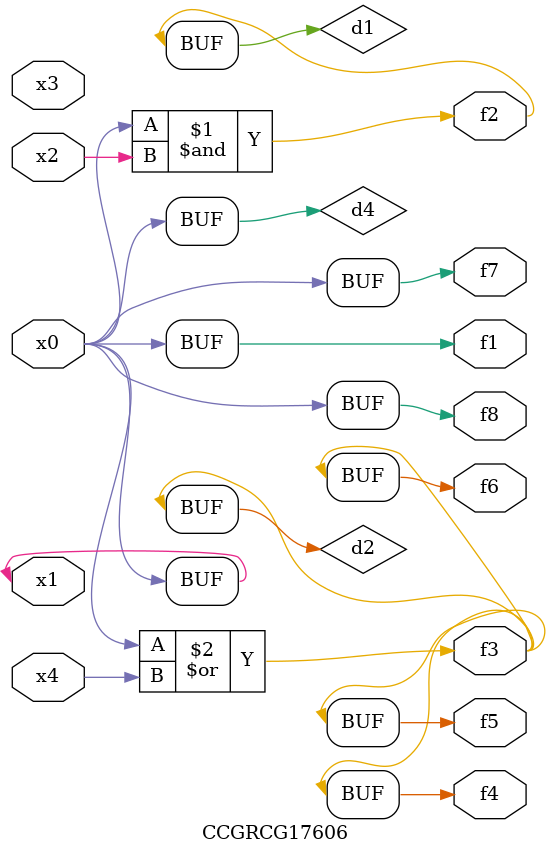
<source format=v>
module CCGRCG17606(
	input x0, x1, x2, x3, x4,
	output f1, f2, f3, f4, f5, f6, f7, f8
);

	wire d1, d2, d3, d4;

	and (d1, x0, x2);
	or (d2, x0, x4);
	nand (d3, x0, x2);
	buf (d4, x0, x1);
	assign f1 = d4;
	assign f2 = d1;
	assign f3 = d2;
	assign f4 = d2;
	assign f5 = d2;
	assign f6 = d2;
	assign f7 = d4;
	assign f8 = d4;
endmodule

</source>
